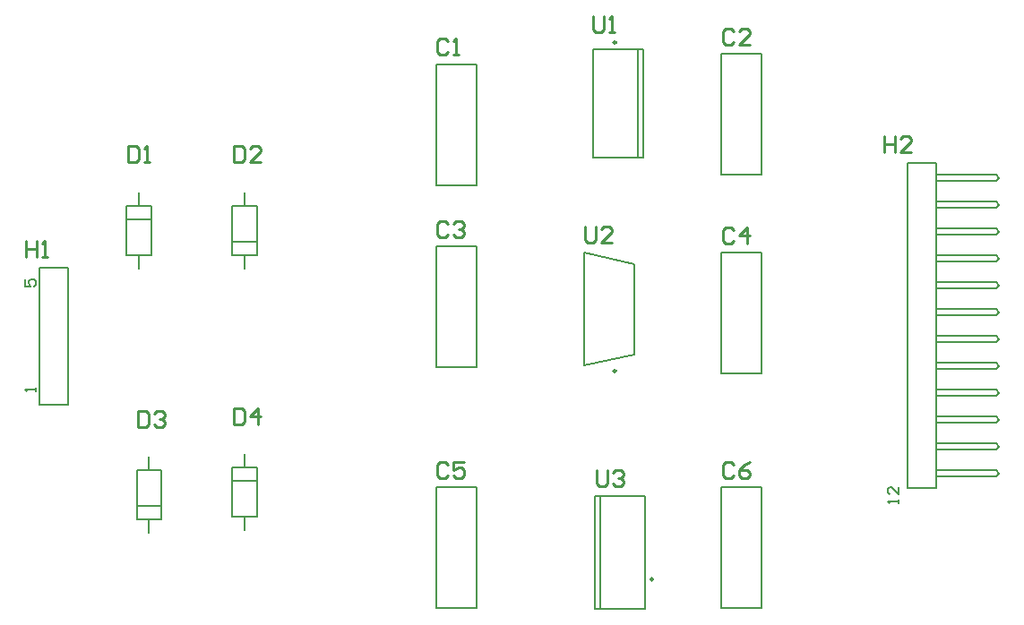
<source format=gto>
G04*
G04 #@! TF.GenerationSoftware,Altium Limited,Altium Designer,23.0.1 (38)*
G04*
G04 Layer_Color=65535*
%FSLAX44Y44*%
%MOMM*%
G71*
G04*
G04 #@! TF.SameCoordinates,F02949BF-B442-4A25-BC58-536D77071835*
G04*
G04*
G04 #@! TF.FilePolarity,Positive*
G04*
G01*
G75*
%ADD10C,0.2500*%
%ADD11C,0.2000*%
%ADD12C,0.1524*%
%ADD13C,0.2540*%
D10*
X571250Y577500D02*
G03*
X571250Y577500I-1250J0D01*
G01*
Y267000D02*
G03*
X571250Y267000I-1250J0D01*
G01*
X606250Y70000D02*
G03*
X606250Y70000I-1250J0D01*
G01*
D11*
X591600Y469000D02*
Y571000D01*
X596600Y469000D02*
Y571000D01*
X549600Y469000D02*
Y571000D01*
Y469000D02*
X596600D01*
X549600Y571000D02*
X596600D01*
X670950Y452850D02*
X709050D01*
X670950D02*
Y567150D01*
X709050D01*
Y452850D02*
Y567150D01*
X400950Y557150D02*
X439050D01*
Y442850D02*
Y557150D01*
X400950Y442850D02*
X439050D01*
X400950D02*
Y557150D01*
X541100Y272000D02*
X588100Y282670D01*
X541100Y272500D02*
Y378200D01*
Y378700D02*
X588100Y368030D01*
Y282670D02*
Y368030D01*
X930700Y249700D02*
X932700Y246500D01*
X930700Y243300D02*
X932700Y246500D01*
X873450Y249700D02*
X930700D01*
X873450Y243300D02*
X930700D01*
Y300500D02*
X932700Y297300D01*
X930700Y294100D02*
X932700Y297300D01*
X873450Y300500D02*
X930700D01*
X873450Y294100D02*
X930700D01*
X873450Y319500D02*
X930700D01*
X873450Y325900D02*
X930700D01*
Y319500D02*
X932700Y322700D01*
X930700Y325900D02*
X932700Y322700D01*
X930700Y351300D02*
X932700Y348100D01*
X930700Y344900D02*
X932700Y348100D01*
X873450Y351300D02*
X930700D01*
X873450Y344900D02*
X930700D01*
Y402100D02*
X932700Y398900D01*
X930700Y395700D02*
X932700Y398900D01*
X873450Y402100D02*
X930700D01*
X873450Y395700D02*
X930700D01*
X846550Y463900D02*
X873450D01*
Y156100D02*
Y463900D01*
X846550Y156100D02*
X873450D01*
X846550D02*
Y463900D01*
X873450Y446500D02*
X930700D01*
X873450Y452900D02*
X930700D01*
Y446500D02*
X932700Y449700D01*
X930700Y452900D02*
X932700Y449700D01*
X873450Y421100D02*
X930700D01*
X873450Y427500D02*
X930700D01*
Y421100D02*
X932700Y424300D01*
X930700Y427500D02*
X932700Y424300D01*
X873450Y370300D02*
X930700D01*
X873450Y376700D02*
X930700D01*
Y370300D02*
X932700Y373500D01*
X930700Y376700D02*
X932700Y373500D01*
X873450Y268700D02*
X930700D01*
X873450Y275100D02*
X930700D01*
Y268700D02*
X932700Y271900D01*
X930700Y275100D02*
X932700Y271900D01*
X873450Y217900D02*
X930700D01*
X873450Y224300D02*
X930700D01*
Y217900D02*
X932700Y221100D01*
X930700Y224300D02*
X932700Y221100D01*
X930700Y198900D02*
X932700Y195700D01*
X930700Y192500D02*
X932700Y195700D01*
X873450Y198900D02*
X930700D01*
X873450Y192500D02*
X930700D01*
Y173500D02*
X932700Y170300D01*
X930700Y167100D02*
X932700Y170300D01*
X873450Y173500D02*
X930700D01*
X873450Y167100D02*
X930700D01*
X208250Y376750D02*
Y423250D01*
Y376750D02*
X231750D01*
Y423250D01*
X208250D02*
X231750D01*
X220000D02*
Y435950D01*
Y364050D02*
Y376750D01*
X208250Y389450D02*
X231750D01*
X131750Y376750D02*
Y423250D01*
X108250D02*
X131750D01*
X108250Y376750D02*
Y423250D01*
Y376750D02*
X131750D01*
X120000Y364050D02*
Y376750D01*
Y423250D02*
Y435950D01*
X108250Y410550D02*
X131750D01*
X26550Y365000D02*
X53450D01*
X26550Y235000D02*
Y365000D01*
Y235000D02*
X53450D01*
Y365000D01*
X670950Y379050D02*
X709050D01*
Y264750D02*
Y379050D01*
X670950Y264750D02*
X709050D01*
X670950D02*
Y379050D01*
X400950Y270950D02*
X439050D01*
X400950D02*
Y385250D01*
X439050D01*
Y270950D02*
Y385250D01*
X231750Y129050D02*
Y175550D01*
X208250D02*
X231750D01*
X208250Y129050D02*
Y175550D01*
Y129050D02*
X231750D01*
X220000Y116350D02*
Y129050D01*
Y175550D02*
Y188250D01*
X208250Y162850D02*
X231750D01*
X118250Y126750D02*
Y173250D01*
Y126750D02*
X141750D01*
Y173250D01*
X118250D02*
X141750D01*
X130000D02*
Y185950D01*
Y114050D02*
Y126750D01*
X118250Y139450D02*
X141750D01*
X556500Y41900D02*
Y148900D01*
X551500Y41900D02*
Y148900D01*
X598500Y41900D02*
Y148900D01*
X551500Y41900D02*
X598500D01*
X551500Y148900D02*
X598500D01*
X670950Y157150D02*
X709050D01*
Y42850D02*
Y157150D01*
X670950Y42850D02*
X709050D01*
X670950D02*
Y157150D01*
X400950D02*
X439050D01*
Y42850D02*
Y157150D01*
X400950Y42850D02*
X439050D01*
X400950D02*
Y157150D01*
D12*
X838000Y141600D02*
Y144986D01*
Y143293D01*
X827843D01*
X829536Y141600D01*
X838000Y156835D02*
Y150064D01*
X831229Y156835D01*
X829536D01*
X827843Y155142D01*
Y151757D01*
X829536Y150064D01*
X12843Y353771D02*
Y347000D01*
X17922D01*
X16229Y350386D01*
Y352078D01*
X17922Y353771D01*
X21307D01*
X23000Y352078D01*
Y348693D01*
X21307Y347000D01*
X23000Y248000D02*
Y251386D01*
Y249693D01*
X12843D01*
X14536Y248000D01*
D13*
X552764Y173095D02*
Y160399D01*
X555303Y157860D01*
X560382D01*
X562921Y160399D01*
Y173095D01*
X567999Y170556D02*
X570538Y173095D01*
X575617D01*
X578156Y170556D01*
Y168017D01*
X575617Y165478D01*
X573077D01*
X575617D01*
X578156Y162938D01*
Y160399D01*
X575617Y157860D01*
X570538D01*
X567999Y160399D01*
X541588Y403473D02*
Y390777D01*
X544127Y388238D01*
X549206D01*
X551745Y390777D01*
Y403473D01*
X566980Y388238D02*
X556823D01*
X566980Y398395D01*
Y400934D01*
X564441Y403473D01*
X559362D01*
X556823Y400934D01*
X549462Y602863D02*
Y590167D01*
X552001Y587628D01*
X557080D01*
X559619Y590167D01*
Y602863D01*
X564697Y587628D02*
X569775D01*
X567236D01*
Y602863D01*
X564697Y600324D01*
X824290Y489071D02*
Y473836D01*
Y481454D01*
X834447D01*
Y489071D01*
Y473836D01*
X849682D02*
X839525D01*
X849682Y483993D01*
Y486532D01*
X847143Y489071D01*
X842064D01*
X839525Y486532D01*
X13776Y390011D02*
Y374776D01*
Y382393D01*
X23933D01*
Y390011D01*
Y374776D01*
X29011D02*
X34089D01*
X31550D01*
Y390011D01*
X29011Y387472D01*
X209864Y231515D02*
Y216280D01*
X217481D01*
X220021Y218819D01*
Y228976D01*
X217481Y231515D01*
X209864D01*
X232717Y216280D02*
Y231515D01*
X225099Y223897D01*
X235256D01*
X119694Y229229D02*
Y213994D01*
X127311D01*
X129851Y216533D01*
Y226690D01*
X127311Y229229D01*
X119694D01*
X134929Y226690D02*
X137468Y229229D01*
X142547D01*
X145086Y226690D01*
Y224151D01*
X142547Y221611D01*
X140007D01*
X142547D01*
X145086Y219072D01*
Y216533D01*
X142547Y213994D01*
X137468D01*
X134929Y216533D01*
X209864Y479419D02*
Y464184D01*
X217481D01*
X220021Y466723D01*
Y476880D01*
X217481Y479419D01*
X209864D01*
X235256Y464184D02*
X225099D01*
X235256Y474341D01*
Y476880D01*
X232717Y479419D01*
X227638D01*
X225099Y476880D01*
X109788Y479419D02*
Y464184D01*
X117406D01*
X119945Y466723D01*
Y476880D01*
X117406Y479419D01*
X109788D01*
X125023Y464184D02*
X130101D01*
X127562D01*
Y479419D01*
X125023Y476880D01*
X682555Y178430D02*
X680015Y180969D01*
X674937D01*
X672398Y178430D01*
Y168273D01*
X674937Y165734D01*
X680015D01*
X682555Y168273D01*
X697790Y180969D02*
X692711Y178430D01*
X687633Y173351D01*
Y168273D01*
X690172Y165734D01*
X695251D01*
X697790Y168273D01*
Y170812D01*
X695251Y173351D01*
X687633D01*
X412553Y178430D02*
X410014Y180969D01*
X404935D01*
X402396Y178430D01*
Y168273D01*
X404935Y165734D01*
X410014D01*
X412553Y168273D01*
X427788Y180969D02*
X417631D01*
Y173351D01*
X422709Y175891D01*
X425249D01*
X427788Y173351D01*
Y168273D01*
X425249Y165734D01*
X420170D01*
X417631Y168273D01*
X682555Y400426D02*
X680015Y402965D01*
X674937D01*
X672398Y400426D01*
Y390269D01*
X674937Y387730D01*
X680015D01*
X682555Y390269D01*
X695251Y387730D02*
Y402965D01*
X687633Y395348D01*
X697790D01*
X412553Y406522D02*
X410014Y409061D01*
X404935D01*
X402396Y406522D01*
Y396365D01*
X404935Y393826D01*
X410014D01*
X412553Y396365D01*
X417631Y406522D02*
X420170Y409061D01*
X425249D01*
X427788Y406522D01*
Y403983D01*
X425249Y401443D01*
X422709D01*
X425249D01*
X427788Y398904D01*
Y396365D01*
X425249Y393826D01*
X420170D01*
X417631Y396365D01*
X682555Y588386D02*
X680015Y590925D01*
X674937D01*
X672398Y588386D01*
Y578229D01*
X674937Y575690D01*
X680015D01*
X682555Y578229D01*
X697790Y575690D02*
X687633D01*
X697790Y585847D01*
Y588386D01*
X695251Y590925D01*
X690172D01*
X687633Y588386D01*
X412553Y578480D02*
X410014Y581019D01*
X404935D01*
X402396Y578480D01*
Y568323D01*
X404935Y565784D01*
X410014D01*
X412553Y568323D01*
X417631Y565784D02*
X422709D01*
X420170D01*
Y581019D01*
X417631Y578480D01*
M02*

</source>
